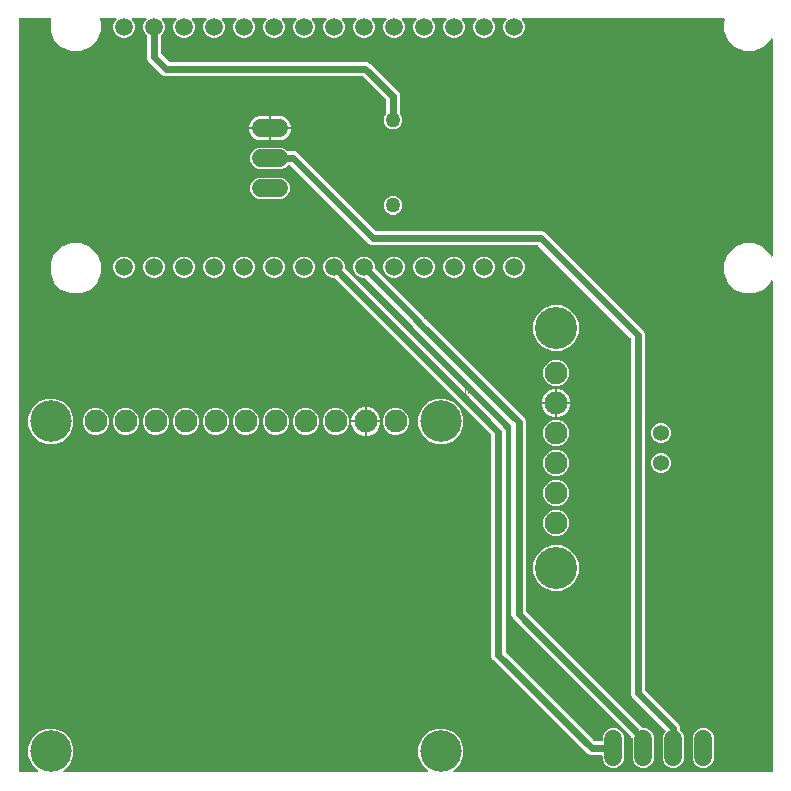
<source format=gbr>
G04 EAGLE Gerber RS-274X export*
G75*
%MOMM*%
%FSLAX34Y34*%
%LPD*%
%INBottom Copper*%
%IPPOS*%
%AMOC8*
5,1,8,0,0,1.08239X$1,22.5*%
G01*
G04 Define Apertures*
%ADD10C,1.524000*%
%ADD11C,1.260000*%
%ADD12C,0.001000*%
%ADD13C,1.930400*%
%ADD14C,3.516000*%
%ADD15C,1.508000*%
%ADD16C,1.358000*%
%ADD17C,3.556000*%
%ADD18C,0.600000*%
G36*
X32000Y20982D02*
X31703Y20922D01*
X16684Y20922D01*
X16409Y20973D01*
X16154Y21137D01*
X15982Y21387D01*
X15922Y21684D01*
X15922Y658316D01*
X15973Y658591D01*
X16137Y658846D01*
X16387Y659018D01*
X16684Y659078D01*
X42723Y659078D01*
X42992Y659029D01*
X43248Y658868D01*
X43422Y658619D01*
X43485Y658322D01*
X43427Y658024D01*
X42856Y656647D01*
X42856Y648229D01*
X46077Y640452D01*
X52030Y634499D01*
X59807Y631278D01*
X68225Y631278D01*
X76002Y634499D01*
X81955Y640452D01*
X85176Y648229D01*
X85176Y656647D01*
X84605Y658024D01*
X84548Y658292D01*
X84599Y658591D01*
X84762Y658846D01*
X85012Y659018D01*
X85309Y659078D01*
X97850Y659078D01*
X98113Y659031D01*
X98371Y658872D01*
X98547Y658624D01*
X98612Y658328D01*
X98556Y658030D01*
X98389Y657777D01*
X97284Y656672D01*
X95904Y653341D01*
X95904Y649735D01*
X97284Y646404D01*
X99834Y643854D01*
X103165Y642474D01*
X106771Y642474D01*
X110102Y643854D01*
X112652Y646404D01*
X114032Y649735D01*
X114032Y653341D01*
X112652Y656672D01*
X111547Y657777D01*
X111394Y657997D01*
X111324Y658292D01*
X111375Y658591D01*
X111539Y658846D01*
X111789Y659018D01*
X112086Y659078D01*
X123250Y659078D01*
X123513Y659031D01*
X123771Y658872D01*
X123947Y658624D01*
X124012Y658328D01*
X123956Y658030D01*
X123789Y657777D01*
X122684Y656672D01*
X121304Y653341D01*
X121304Y649735D01*
X122684Y646404D01*
X124145Y644943D01*
X124308Y644701D01*
X124368Y644404D01*
X124368Y625345D01*
X125281Y623139D01*
X136969Y611451D01*
X139175Y610538D01*
X306514Y610538D01*
X306797Y610483D01*
X307051Y610317D01*
X326575Y590946D01*
X326740Y590703D01*
X326800Y590405D01*
X326800Y578602D01*
X326744Y578316D01*
X326577Y578064D01*
X326167Y577654D01*
X324976Y574778D01*
X324976Y571666D01*
X326167Y568790D01*
X328368Y566589D01*
X331244Y565398D01*
X334356Y565398D01*
X337232Y566589D01*
X339433Y568790D01*
X340624Y571666D01*
X340624Y574778D01*
X339433Y577654D01*
X339023Y578064D01*
X338860Y578305D01*
X338800Y578602D01*
X338800Y591891D01*
X338805Y591917D01*
X338800Y593234D01*
X338800Y594428D01*
X338338Y595531D01*
X338337Y595534D01*
X337882Y596632D01*
X337034Y597473D01*
X336103Y598404D01*
X336081Y598419D01*
X313537Y620786D01*
X312689Y621633D01*
X311586Y622085D01*
X311583Y622086D01*
X310482Y622543D01*
X309288Y622538D01*
X143169Y622538D01*
X142883Y622594D01*
X142630Y622761D01*
X136591Y628800D01*
X136428Y629042D01*
X136368Y629339D01*
X136368Y644404D01*
X136424Y644690D01*
X136591Y644943D01*
X138052Y646404D01*
X139432Y649735D01*
X139432Y653341D01*
X138052Y656672D01*
X136947Y657777D01*
X136794Y657997D01*
X136724Y658292D01*
X136775Y658591D01*
X136939Y658846D01*
X137189Y659018D01*
X137486Y659078D01*
X148650Y659078D01*
X148913Y659031D01*
X149171Y658872D01*
X149347Y658624D01*
X149412Y658328D01*
X149356Y658030D01*
X149189Y657777D01*
X148084Y656672D01*
X146704Y653341D01*
X146704Y649735D01*
X148084Y646404D01*
X150634Y643854D01*
X153965Y642474D01*
X157571Y642474D01*
X160902Y643854D01*
X163452Y646404D01*
X164832Y649735D01*
X164832Y653341D01*
X163452Y656672D01*
X162347Y657777D01*
X162194Y657997D01*
X162124Y658292D01*
X162175Y658591D01*
X162339Y658846D01*
X162589Y659018D01*
X162886Y659078D01*
X174050Y659078D01*
X174313Y659031D01*
X174571Y658872D01*
X174747Y658624D01*
X174812Y658328D01*
X174756Y658030D01*
X174589Y657777D01*
X173484Y656672D01*
X172104Y653341D01*
X172104Y649735D01*
X173484Y646404D01*
X176034Y643854D01*
X179365Y642474D01*
X182971Y642474D01*
X186302Y643854D01*
X188852Y646404D01*
X190232Y649735D01*
X190232Y653341D01*
X188852Y656672D01*
X187747Y657777D01*
X187594Y657997D01*
X187524Y658292D01*
X187575Y658591D01*
X187739Y658846D01*
X187989Y659018D01*
X188286Y659078D01*
X199450Y659078D01*
X199713Y659031D01*
X199971Y658872D01*
X200147Y658624D01*
X200212Y658328D01*
X200156Y658030D01*
X199989Y657777D01*
X198884Y656672D01*
X197504Y653341D01*
X197504Y649735D01*
X198884Y646404D01*
X201434Y643854D01*
X204765Y642474D01*
X208371Y642474D01*
X211702Y643854D01*
X214252Y646404D01*
X215632Y649735D01*
X215632Y653341D01*
X214252Y656672D01*
X213147Y657777D01*
X212994Y657997D01*
X212924Y658292D01*
X212975Y658591D01*
X213139Y658846D01*
X213389Y659018D01*
X213686Y659078D01*
X224850Y659078D01*
X225113Y659031D01*
X225371Y658872D01*
X225547Y658624D01*
X225612Y658328D01*
X225556Y658030D01*
X225389Y657777D01*
X224284Y656672D01*
X222904Y653341D01*
X222904Y649735D01*
X224284Y646404D01*
X226834Y643854D01*
X230165Y642474D01*
X233771Y642474D01*
X237102Y643854D01*
X239652Y646404D01*
X241032Y649735D01*
X241032Y653341D01*
X239652Y656672D01*
X238547Y657777D01*
X238394Y657997D01*
X238324Y658292D01*
X238375Y658591D01*
X238539Y658846D01*
X238789Y659018D01*
X239086Y659078D01*
X250250Y659078D01*
X250513Y659031D01*
X250771Y658872D01*
X250947Y658624D01*
X251012Y658328D01*
X250956Y658030D01*
X250789Y657777D01*
X249684Y656672D01*
X248304Y653341D01*
X248304Y649735D01*
X249684Y646404D01*
X252234Y643854D01*
X255565Y642474D01*
X259171Y642474D01*
X262502Y643854D01*
X265052Y646404D01*
X266432Y649735D01*
X266432Y653341D01*
X265052Y656672D01*
X263947Y657777D01*
X263794Y657997D01*
X263724Y658292D01*
X263775Y658591D01*
X263939Y658846D01*
X264189Y659018D01*
X264486Y659078D01*
X275650Y659078D01*
X275913Y659031D01*
X276171Y658872D01*
X276347Y658624D01*
X276412Y658328D01*
X276356Y658030D01*
X276189Y657777D01*
X275084Y656672D01*
X273704Y653341D01*
X273704Y649735D01*
X275084Y646404D01*
X277634Y643854D01*
X280965Y642474D01*
X284571Y642474D01*
X287902Y643854D01*
X290452Y646404D01*
X291832Y649735D01*
X291832Y653341D01*
X290452Y656672D01*
X289347Y657777D01*
X289194Y657997D01*
X289124Y658292D01*
X289175Y658591D01*
X289339Y658846D01*
X289589Y659018D01*
X289886Y659078D01*
X301050Y659078D01*
X301313Y659031D01*
X301571Y658872D01*
X301747Y658624D01*
X301812Y658328D01*
X301756Y658030D01*
X301589Y657777D01*
X300484Y656672D01*
X299104Y653341D01*
X299104Y649735D01*
X300484Y646404D01*
X303034Y643854D01*
X306365Y642474D01*
X309971Y642474D01*
X313302Y643854D01*
X315852Y646404D01*
X317232Y649735D01*
X317232Y653341D01*
X315852Y656672D01*
X314747Y657777D01*
X314594Y657997D01*
X314524Y658292D01*
X314575Y658591D01*
X314739Y658846D01*
X314989Y659018D01*
X315286Y659078D01*
X326450Y659078D01*
X326713Y659031D01*
X326971Y658872D01*
X327147Y658624D01*
X327212Y658328D01*
X327156Y658030D01*
X326989Y657777D01*
X325884Y656672D01*
X324504Y653341D01*
X324504Y649735D01*
X325884Y646404D01*
X328434Y643854D01*
X331765Y642474D01*
X335371Y642474D01*
X338702Y643854D01*
X341252Y646404D01*
X342632Y649735D01*
X342632Y653341D01*
X341252Y656672D01*
X340147Y657777D01*
X339994Y657997D01*
X339924Y658292D01*
X339975Y658591D01*
X340139Y658846D01*
X340389Y659018D01*
X340686Y659078D01*
X351850Y659078D01*
X352113Y659031D01*
X352371Y658872D01*
X352547Y658624D01*
X352612Y658328D01*
X352556Y658030D01*
X352389Y657777D01*
X351284Y656672D01*
X349904Y653341D01*
X349904Y649735D01*
X351284Y646404D01*
X353834Y643854D01*
X357165Y642474D01*
X360771Y642474D01*
X364102Y643854D01*
X366652Y646404D01*
X368032Y649735D01*
X368032Y653341D01*
X366652Y656672D01*
X365547Y657777D01*
X365394Y657997D01*
X365324Y658292D01*
X365375Y658591D01*
X365539Y658846D01*
X365789Y659018D01*
X366086Y659078D01*
X377250Y659078D01*
X377513Y659031D01*
X377771Y658872D01*
X377947Y658624D01*
X378012Y658328D01*
X377956Y658030D01*
X377789Y657777D01*
X376684Y656672D01*
X375304Y653341D01*
X375304Y649735D01*
X376684Y646404D01*
X379234Y643854D01*
X382565Y642474D01*
X386171Y642474D01*
X389502Y643854D01*
X392052Y646404D01*
X393432Y649735D01*
X393432Y653341D01*
X392052Y656672D01*
X390947Y657777D01*
X390794Y657997D01*
X390724Y658292D01*
X390775Y658591D01*
X390939Y658846D01*
X391189Y659018D01*
X391486Y659078D01*
X402650Y659078D01*
X402913Y659031D01*
X403171Y658872D01*
X403347Y658624D01*
X403412Y658328D01*
X403356Y658030D01*
X403189Y657777D01*
X402084Y656672D01*
X400704Y653341D01*
X400704Y649735D01*
X402084Y646404D01*
X404634Y643854D01*
X407965Y642474D01*
X411571Y642474D01*
X414902Y643854D01*
X417452Y646404D01*
X418832Y649735D01*
X418832Y653341D01*
X417452Y656672D01*
X416347Y657777D01*
X416194Y657997D01*
X416124Y658292D01*
X416175Y658591D01*
X416339Y658846D01*
X416589Y659018D01*
X416886Y659078D01*
X428050Y659078D01*
X428313Y659031D01*
X428571Y658872D01*
X428747Y658624D01*
X428812Y658328D01*
X428756Y658030D01*
X428589Y657777D01*
X427484Y656672D01*
X426104Y653341D01*
X426104Y649735D01*
X427484Y646404D01*
X430034Y643854D01*
X433365Y642474D01*
X436971Y642474D01*
X440302Y643854D01*
X442852Y646404D01*
X444232Y649735D01*
X444232Y653341D01*
X442852Y656672D01*
X441747Y657777D01*
X441594Y657997D01*
X441524Y658292D01*
X441575Y658591D01*
X441739Y658846D01*
X441989Y659018D01*
X442286Y659078D01*
X612723Y659078D01*
X612992Y659029D01*
X613248Y658868D01*
X613422Y658619D01*
X613485Y658322D01*
X613427Y658024D01*
X612856Y656647D01*
X612856Y648229D01*
X616077Y640452D01*
X622030Y634499D01*
X629807Y631278D01*
X638225Y631278D01*
X646002Y634499D01*
X651955Y640452D01*
X652612Y642039D01*
X652752Y642260D01*
X652997Y642439D01*
X653292Y642509D01*
X653591Y642458D01*
X653846Y642295D01*
X654018Y642045D01*
X654078Y641747D01*
X654078Y458129D01*
X654033Y457871D01*
X653876Y457612D01*
X653630Y457434D01*
X653334Y457367D01*
X653036Y457420D01*
X652782Y457586D01*
X652612Y457837D01*
X651955Y459424D01*
X646002Y465377D01*
X638225Y468598D01*
X629807Y468598D01*
X622030Y465377D01*
X616077Y459424D01*
X612856Y451647D01*
X612856Y443229D01*
X616077Y435452D01*
X622030Y429499D01*
X629807Y426278D01*
X638225Y426278D01*
X646002Y429499D01*
X651955Y435452D01*
X652612Y437039D01*
X652752Y437260D01*
X652997Y437439D01*
X653292Y437509D01*
X653591Y437458D01*
X653846Y437295D01*
X654018Y437045D01*
X654078Y436747D01*
X654078Y21684D01*
X654027Y21409D01*
X653863Y21154D01*
X653613Y20982D01*
X653316Y20922D01*
X384457Y20922D01*
X384193Y20969D01*
X383935Y21128D01*
X383760Y21376D01*
X383695Y21672D01*
X383750Y21970D01*
X383918Y22223D01*
X389376Y27680D01*
X392284Y34702D01*
X392284Y42302D01*
X389376Y49324D01*
X384002Y54698D01*
X376980Y57606D01*
X369380Y57606D01*
X362358Y54698D01*
X356984Y49324D01*
X354076Y42302D01*
X354076Y34702D01*
X356984Y27680D01*
X362442Y22223D01*
X362595Y22003D01*
X362665Y21708D01*
X362614Y21409D01*
X362451Y21154D01*
X362200Y20982D01*
X361903Y20922D01*
X54257Y20922D01*
X53993Y20969D01*
X53735Y21128D01*
X53560Y21376D01*
X53495Y21672D01*
X53550Y21970D01*
X53718Y22223D01*
X59176Y27680D01*
X62084Y34702D01*
X62084Y42302D01*
X59176Y49324D01*
X53802Y54698D01*
X46780Y57606D01*
X39180Y57606D01*
X32158Y54698D01*
X26784Y49324D01*
X23876Y42302D01*
X23876Y34702D01*
X26784Y27680D01*
X32242Y22223D01*
X32395Y22003D01*
X32465Y21708D01*
X32414Y21409D01*
X32251Y21154D01*
X32000Y20982D01*
G37*
%LPC*%
G36*
X210920Y566762D02*
X227938Y566762D01*
X227938Y576160D01*
X219059Y576160D01*
X215325Y574613D01*
X212467Y571755D01*
X210920Y568021D01*
X210920Y566762D01*
G37*
G36*
X229462Y566762D02*
X246480Y566762D01*
X246480Y568021D01*
X244933Y571755D01*
X242075Y574613D01*
X238341Y576160D01*
X229462Y576160D01*
X229462Y566762D01*
G37*
G36*
X229462Y555840D02*
X238341Y555840D01*
X242075Y557387D01*
X244933Y560245D01*
X246480Y563979D01*
X246480Y565238D01*
X229462Y565238D01*
X229462Y555840D01*
G37*
G36*
X219059Y555840D02*
X227938Y555840D01*
X227938Y565238D01*
X210920Y565238D01*
X210920Y563979D01*
X212467Y560245D01*
X215325Y557387D01*
X219059Y555840D01*
G37*
G36*
X568259Y24398D02*
X571897Y24398D01*
X575258Y25790D01*
X577830Y28362D01*
X579222Y31723D01*
X579222Y50601D01*
X577830Y53962D01*
X576301Y55490D01*
X576138Y55732D01*
X576078Y56029D01*
X576078Y59115D01*
X575165Y61321D01*
X546223Y90262D01*
X546060Y90504D01*
X546000Y90801D01*
X546000Y392193D01*
X545087Y394399D01*
X461399Y478087D01*
X459193Y479000D01*
X318801Y479000D01*
X318515Y479056D01*
X318262Y479223D01*
X251799Y545687D01*
X249593Y546600D01*
X243567Y546600D01*
X243281Y546656D01*
X243028Y546823D01*
X241500Y548352D01*
X238139Y549744D01*
X219261Y549744D01*
X215900Y548352D01*
X213328Y545780D01*
X211936Y542419D01*
X211936Y538781D01*
X213328Y535420D01*
X215900Y532848D01*
X219261Y531456D01*
X238139Y531456D01*
X241500Y532848D01*
X243028Y534377D01*
X243270Y534540D01*
X243567Y534600D01*
X245599Y534600D01*
X245885Y534544D01*
X246138Y534377D01*
X312601Y467913D01*
X314807Y467000D01*
X455199Y467000D01*
X455485Y466944D01*
X455738Y466777D01*
X533777Y388738D01*
X533940Y388496D01*
X534000Y388199D01*
X534000Y86807D01*
X534913Y84601D01*
X563401Y56114D01*
X563559Y55884D01*
X563624Y55587D01*
X563568Y55289D01*
X563401Y55036D01*
X562326Y53962D01*
X560934Y50601D01*
X560934Y31723D01*
X562326Y28362D01*
X564898Y25790D01*
X568259Y24398D01*
G37*
G36*
X219261Y506056D02*
X238139Y506056D01*
X241500Y507448D01*
X244072Y510020D01*
X245464Y513381D01*
X245464Y517019D01*
X244072Y520380D01*
X241500Y522952D01*
X238139Y524344D01*
X219261Y524344D01*
X215900Y522952D01*
X213328Y520380D01*
X211936Y517019D01*
X211936Y513381D01*
X213328Y510020D01*
X215900Y507448D01*
X219261Y506056D01*
G37*
G36*
X331244Y492998D02*
X334356Y492998D01*
X337232Y494189D01*
X339433Y496390D01*
X340624Y499266D01*
X340624Y502378D01*
X339433Y505254D01*
X337232Y507455D01*
X334356Y508646D01*
X331244Y508646D01*
X328368Y507455D01*
X326167Y505254D01*
X324976Y502378D01*
X324976Y499266D01*
X326167Y496390D01*
X328368Y494189D01*
X331244Y492998D01*
G37*
G36*
X59807Y426278D02*
X68225Y426278D01*
X76002Y429499D01*
X81955Y435452D01*
X85176Y443229D01*
X85176Y451647D01*
X81955Y459424D01*
X76002Y465377D01*
X68225Y468598D01*
X59807Y468598D01*
X52030Y465377D01*
X46077Y459424D01*
X42856Y451647D01*
X42856Y443229D01*
X46077Y435452D01*
X52030Y429499D01*
X59807Y426278D01*
G37*
G36*
X433365Y439274D02*
X436971Y439274D01*
X440302Y440654D01*
X442852Y443204D01*
X444232Y446535D01*
X444232Y450141D01*
X442852Y453472D01*
X440302Y456022D01*
X436971Y457402D01*
X433365Y457402D01*
X430034Y456022D01*
X427484Y453472D01*
X426104Y450141D01*
X426104Y446535D01*
X427484Y443204D01*
X430034Y440654D01*
X433365Y439274D01*
G37*
G36*
X382565Y439274D02*
X386171Y439274D01*
X389502Y440654D01*
X392052Y443204D01*
X393432Y446535D01*
X393432Y450141D01*
X392052Y453472D01*
X389502Y456022D01*
X386171Y457402D01*
X382565Y457402D01*
X379234Y456022D01*
X376684Y453472D01*
X375304Y450141D01*
X375304Y446535D01*
X376684Y443204D01*
X379234Y440654D01*
X382565Y439274D01*
G37*
G36*
X517459Y24398D02*
X521097Y24398D01*
X524458Y25790D01*
X527030Y28362D01*
X528422Y31723D01*
X528422Y50601D01*
X527030Y53962D01*
X524458Y56534D01*
X521097Y57926D01*
X517459Y57926D01*
X514098Y56534D01*
X511526Y53962D01*
X510134Y50601D01*
X510134Y47924D01*
X510083Y47649D01*
X509919Y47394D01*
X509669Y47222D01*
X509372Y47162D01*
X503639Y47162D01*
X503353Y47218D01*
X503100Y47385D01*
X428223Y122262D01*
X428060Y122504D01*
X428000Y122801D01*
X428000Y310299D01*
X427087Y312505D01*
X292055Y447536D01*
X291892Y447778D01*
X291832Y448075D01*
X291832Y450141D01*
X290452Y453472D01*
X287902Y456022D01*
X284571Y457402D01*
X280965Y457402D01*
X277634Y456022D01*
X275084Y453472D01*
X273704Y450141D01*
X273704Y446535D01*
X275084Y443204D01*
X277634Y440654D01*
X280965Y439274D01*
X283031Y439274D01*
X283317Y439218D01*
X283570Y439051D01*
X415777Y306844D01*
X415940Y306602D01*
X416000Y306305D01*
X416000Y118807D01*
X416913Y116601D01*
X497439Y36075D01*
X499645Y35162D01*
X509372Y35162D01*
X509647Y35111D01*
X509902Y34947D01*
X510074Y34697D01*
X510134Y34400D01*
X510134Y31723D01*
X511526Y28362D01*
X514098Y25790D01*
X517459Y24398D01*
G37*
G36*
X357165Y439274D02*
X360771Y439274D01*
X364102Y440654D01*
X366652Y443204D01*
X368032Y446535D01*
X368032Y450141D01*
X366652Y453472D01*
X364102Y456022D01*
X360771Y457402D01*
X357165Y457402D01*
X353834Y456022D01*
X351284Y453472D01*
X349904Y450141D01*
X349904Y446535D01*
X351284Y443204D01*
X353834Y440654D01*
X357165Y439274D01*
G37*
G36*
X103165Y439274D02*
X106771Y439274D01*
X110102Y440654D01*
X112652Y443204D01*
X114032Y446535D01*
X114032Y450141D01*
X112652Y453472D01*
X110102Y456022D01*
X106771Y457402D01*
X103165Y457402D01*
X99834Y456022D01*
X97284Y453472D01*
X95904Y450141D01*
X95904Y446535D01*
X97284Y443204D01*
X99834Y440654D01*
X103165Y439274D01*
G37*
G36*
X542859Y24398D02*
X546497Y24398D01*
X549858Y25790D01*
X552430Y28362D01*
X553822Y31723D01*
X553822Y50601D01*
X552430Y53962D01*
X549858Y56534D01*
X546497Y57926D01*
X544875Y57926D01*
X544589Y57982D01*
X544336Y58149D01*
X445223Y157262D01*
X445060Y157504D01*
X445000Y157801D01*
X445000Y318193D01*
X444087Y320399D01*
X359256Y405229D01*
X359224Y405263D01*
X356278Y408599D01*
X356145Y408812D01*
X356120Y408871D01*
X355424Y409567D01*
X355392Y409601D01*
X354740Y410339D01*
X354682Y410367D01*
X354478Y410513D01*
X317455Y447536D01*
X317292Y447778D01*
X317232Y448075D01*
X317232Y450141D01*
X315852Y453472D01*
X313302Y456022D01*
X309971Y457402D01*
X306365Y457402D01*
X303034Y456022D01*
X300484Y453472D01*
X299104Y450141D01*
X299104Y446535D01*
X300484Y443204D01*
X303034Y440654D01*
X306365Y439274D01*
X308431Y439274D01*
X308717Y439218D01*
X308970Y439051D01*
X346643Y401378D01*
X346675Y401344D01*
X349622Y398008D01*
X349754Y397795D01*
X349779Y397736D01*
X350475Y397040D01*
X350507Y397005D01*
X351159Y396268D01*
X351217Y396239D01*
X351421Y396093D01*
X432777Y314738D01*
X432940Y314496D01*
X433000Y314199D01*
X433000Y153807D01*
X433913Y151601D01*
X535311Y50204D01*
X535474Y49962D01*
X535534Y49665D01*
X535534Y31723D01*
X536926Y28362D01*
X539498Y25790D01*
X542859Y24398D01*
G37*
G36*
X407965Y439274D02*
X411571Y439274D01*
X414902Y440654D01*
X417452Y443204D01*
X418832Y446535D01*
X418832Y450141D01*
X417452Y453472D01*
X414902Y456022D01*
X411571Y457402D01*
X407965Y457402D01*
X404634Y456022D01*
X402084Y453472D01*
X400704Y450141D01*
X400704Y446535D01*
X402084Y443204D01*
X404634Y440654D01*
X407965Y439274D01*
G37*
G36*
X331765Y439274D02*
X335371Y439274D01*
X338702Y440654D01*
X341252Y443204D01*
X342632Y446535D01*
X342632Y450141D01*
X341252Y453472D01*
X338702Y456022D01*
X335371Y457402D01*
X331765Y457402D01*
X328434Y456022D01*
X325884Y453472D01*
X324504Y450141D01*
X324504Y446535D01*
X325884Y443204D01*
X328434Y440654D01*
X331765Y439274D01*
G37*
G36*
X128565Y439274D02*
X132171Y439274D01*
X135502Y440654D01*
X138052Y443204D01*
X139432Y446535D01*
X139432Y450141D01*
X138052Y453472D01*
X135502Y456022D01*
X132171Y457402D01*
X128565Y457402D01*
X125234Y456022D01*
X122684Y453472D01*
X121304Y450141D01*
X121304Y446535D01*
X122684Y443204D01*
X125234Y440654D01*
X128565Y439274D01*
G37*
G36*
X255565Y439274D02*
X259171Y439274D01*
X262502Y440654D01*
X265052Y443204D01*
X266432Y446535D01*
X266432Y450141D01*
X265052Y453472D01*
X262502Y456022D01*
X259171Y457402D01*
X255565Y457402D01*
X252234Y456022D01*
X249684Y453472D01*
X248304Y450141D01*
X248304Y446535D01*
X249684Y443204D01*
X252234Y440654D01*
X255565Y439274D01*
G37*
G36*
X230165Y439274D02*
X233771Y439274D01*
X237102Y440654D01*
X239652Y443204D01*
X241032Y446535D01*
X241032Y450141D01*
X239652Y453472D01*
X237102Y456022D01*
X233771Y457402D01*
X230165Y457402D01*
X226834Y456022D01*
X224284Y453472D01*
X222904Y450141D01*
X222904Y446535D01*
X224284Y443204D01*
X226834Y440654D01*
X230165Y439274D01*
G37*
G36*
X204765Y439274D02*
X208371Y439274D01*
X211702Y440654D01*
X214252Y443204D01*
X215632Y446535D01*
X215632Y450141D01*
X214252Y453472D01*
X211702Y456022D01*
X208371Y457402D01*
X204765Y457402D01*
X201434Y456022D01*
X198884Y453472D01*
X197504Y450141D01*
X197504Y446535D01*
X198884Y443204D01*
X201434Y440654D01*
X204765Y439274D01*
G37*
G36*
X179365Y439274D02*
X182971Y439274D01*
X186302Y440654D01*
X188852Y443204D01*
X190232Y446535D01*
X190232Y450141D01*
X188852Y453472D01*
X186302Y456022D01*
X182971Y457402D01*
X179365Y457402D01*
X176034Y456022D01*
X173484Y453472D01*
X172104Y450141D01*
X172104Y446535D01*
X173484Y443204D01*
X176034Y440654D01*
X179365Y439274D01*
G37*
G36*
X153965Y439274D02*
X157571Y439274D01*
X160902Y440654D01*
X163452Y443204D01*
X164832Y446535D01*
X164832Y450141D01*
X163452Y453472D01*
X160902Y456022D01*
X157571Y457402D01*
X153965Y457402D01*
X150634Y456022D01*
X148084Y453472D01*
X146704Y450141D01*
X146704Y446535D01*
X148084Y443204D01*
X150634Y440654D01*
X153965Y439274D01*
G37*
G36*
X466911Y377670D02*
X474591Y377670D01*
X481686Y380609D01*
X487116Y386039D01*
X490055Y393134D01*
X490055Y400814D01*
X487116Y407909D01*
X481686Y413339D01*
X474591Y416278D01*
X466911Y416278D01*
X459816Y413339D01*
X454386Y407909D01*
X451447Y400814D01*
X451447Y393134D01*
X454386Y386039D01*
X459816Y380609D01*
X466911Y377670D01*
G37*
G36*
X468528Y347698D02*
X472974Y347698D01*
X477082Y349399D01*
X480226Y352543D01*
X481927Y356651D01*
X481927Y361097D01*
X480226Y365205D01*
X477082Y368349D01*
X472974Y370050D01*
X468528Y370050D01*
X464420Y368349D01*
X461277Y365205D01*
X459575Y361097D01*
X459575Y356651D01*
X461277Y352543D01*
X464420Y349399D01*
X468528Y347698D01*
G37*
G36*
X458559Y334236D02*
X469989Y334236D01*
X469989Y345666D01*
X468326Y345666D01*
X463845Y343810D01*
X460415Y340380D01*
X458559Y335899D01*
X458559Y334236D01*
G37*
G36*
X471513Y334236D02*
X482943Y334236D01*
X482943Y335899D01*
X481087Y340380D01*
X477657Y343810D01*
X473176Y345666D01*
X471513Y345666D01*
X471513Y334236D01*
G37*
G36*
X369380Y298798D02*
X376980Y298798D01*
X384002Y301706D01*
X389376Y307080D01*
X392284Y314102D01*
X392284Y321702D01*
X389376Y328724D01*
X384002Y334098D01*
X376980Y337006D01*
X369380Y337006D01*
X362358Y334098D01*
X356984Y328724D01*
X354076Y321702D01*
X354076Y314102D01*
X356984Y307080D01*
X362358Y301706D01*
X369380Y298798D01*
G37*
G36*
X39180Y298798D02*
X46780Y298798D01*
X53802Y301706D01*
X59176Y307080D01*
X62084Y314102D01*
X62084Y321702D01*
X59176Y328724D01*
X53802Y334098D01*
X46780Y337006D01*
X39180Y337006D01*
X32158Y334098D01*
X26784Y328724D01*
X23876Y321702D01*
X23876Y314102D01*
X26784Y307080D01*
X32158Y301706D01*
X39180Y298798D01*
G37*
G36*
X471513Y321282D02*
X473176Y321282D01*
X477657Y323138D01*
X481087Y326568D01*
X482943Y331049D01*
X482943Y332712D01*
X471513Y332712D01*
X471513Y321282D01*
G37*
G36*
X468326Y321282D02*
X469989Y321282D01*
X469989Y332712D01*
X458559Y332712D01*
X458559Y331049D01*
X460415Y326568D01*
X463845Y323138D01*
X468326Y321282D01*
G37*
G36*
X297488Y318664D02*
X308918Y318664D01*
X308918Y330094D01*
X307255Y330094D01*
X302774Y328238D01*
X299344Y324808D01*
X297488Y320327D01*
X297488Y318664D01*
G37*
G36*
X310442Y318664D02*
X321872Y318664D01*
X321872Y320327D01*
X320016Y324808D01*
X316586Y328238D01*
X312105Y330094D01*
X310442Y330094D01*
X310442Y318664D01*
G37*
G36*
X332857Y306726D02*
X337303Y306726D01*
X341411Y308427D01*
X344555Y311571D01*
X346256Y315679D01*
X346256Y320125D01*
X344555Y324233D01*
X341411Y327377D01*
X337303Y329078D01*
X332857Y329078D01*
X328749Y327377D01*
X325605Y324233D01*
X323904Y320125D01*
X323904Y315679D01*
X325605Y311571D01*
X328749Y308427D01*
X332857Y306726D01*
G37*
G36*
X282057Y306726D02*
X286503Y306726D01*
X290611Y308427D01*
X293755Y311571D01*
X295456Y315679D01*
X295456Y320125D01*
X293755Y324233D01*
X290611Y327377D01*
X286503Y329078D01*
X282057Y329078D01*
X277949Y327377D01*
X274805Y324233D01*
X273104Y320125D01*
X273104Y315679D01*
X274805Y311571D01*
X277949Y308427D01*
X282057Y306726D01*
G37*
G36*
X256657Y306726D02*
X261103Y306726D01*
X265211Y308427D01*
X268355Y311571D01*
X270056Y315679D01*
X270056Y320125D01*
X268355Y324233D01*
X265211Y327377D01*
X261103Y329078D01*
X256657Y329078D01*
X252549Y327377D01*
X249405Y324233D01*
X247704Y320125D01*
X247704Y315679D01*
X249405Y311571D01*
X252549Y308427D01*
X256657Y306726D01*
G37*
G36*
X231257Y306726D02*
X235703Y306726D01*
X239811Y308427D01*
X242955Y311571D01*
X244656Y315679D01*
X244656Y320125D01*
X242955Y324233D01*
X239811Y327377D01*
X235703Y329078D01*
X231257Y329078D01*
X227149Y327377D01*
X224005Y324233D01*
X222304Y320125D01*
X222304Y315679D01*
X224005Y311571D01*
X227149Y308427D01*
X231257Y306726D01*
G37*
G36*
X205857Y306726D02*
X210303Y306726D01*
X214411Y308427D01*
X217555Y311571D01*
X219256Y315679D01*
X219256Y320125D01*
X217555Y324233D01*
X214411Y327377D01*
X210303Y329078D01*
X205857Y329078D01*
X201749Y327377D01*
X198605Y324233D01*
X196904Y320125D01*
X196904Y315679D01*
X198605Y311571D01*
X201749Y308427D01*
X205857Y306726D01*
G37*
G36*
X180457Y306726D02*
X184903Y306726D01*
X189011Y308427D01*
X192155Y311571D01*
X193856Y315679D01*
X193856Y320125D01*
X192155Y324233D01*
X189011Y327377D01*
X184903Y329078D01*
X180457Y329078D01*
X176349Y327377D01*
X173205Y324233D01*
X171504Y320125D01*
X171504Y315679D01*
X173205Y311571D01*
X176349Y308427D01*
X180457Y306726D01*
G37*
G36*
X155057Y306726D02*
X159503Y306726D01*
X163611Y308427D01*
X166755Y311571D01*
X168456Y315679D01*
X168456Y320125D01*
X166755Y324233D01*
X163611Y327377D01*
X159503Y329078D01*
X155057Y329078D01*
X150949Y327377D01*
X147805Y324233D01*
X146104Y320125D01*
X146104Y315679D01*
X147805Y311571D01*
X150949Y308427D01*
X155057Y306726D01*
G37*
G36*
X129657Y306726D02*
X134103Y306726D01*
X138211Y308427D01*
X141355Y311571D01*
X143056Y315679D01*
X143056Y320125D01*
X141355Y324233D01*
X138211Y327377D01*
X134103Y329078D01*
X129657Y329078D01*
X125549Y327377D01*
X122405Y324233D01*
X120704Y320125D01*
X120704Y315679D01*
X122405Y311571D01*
X125549Y308427D01*
X129657Y306726D01*
G37*
G36*
X104257Y306726D02*
X108703Y306726D01*
X112811Y308427D01*
X115955Y311571D01*
X117656Y315679D01*
X117656Y320125D01*
X115955Y324233D01*
X112811Y327377D01*
X108703Y329078D01*
X104257Y329078D01*
X100149Y327377D01*
X97005Y324233D01*
X95304Y320125D01*
X95304Y315679D01*
X97005Y311571D01*
X100149Y308427D01*
X104257Y306726D01*
G37*
G36*
X78857Y306726D02*
X83303Y306726D01*
X87411Y308427D01*
X90555Y311571D01*
X92256Y315679D01*
X92256Y320125D01*
X90555Y324233D01*
X87411Y327377D01*
X83303Y329078D01*
X78857Y329078D01*
X74749Y327377D01*
X71605Y324233D01*
X69904Y320125D01*
X69904Y315679D01*
X71605Y311571D01*
X74749Y308427D01*
X78857Y306726D01*
G37*
G36*
X468528Y296898D02*
X472974Y296898D01*
X477082Y298599D01*
X480226Y301743D01*
X481927Y305851D01*
X481927Y310297D01*
X480226Y314405D01*
X477082Y317549D01*
X472974Y319250D01*
X468528Y319250D01*
X464420Y317549D01*
X461277Y314405D01*
X459575Y310297D01*
X459575Y305851D01*
X461277Y301743D01*
X464420Y298599D01*
X468528Y296898D01*
G37*
G36*
X307255Y305710D02*
X308918Y305710D01*
X308918Y317140D01*
X297488Y317140D01*
X297488Y315477D01*
X299344Y310996D01*
X302774Y307566D01*
X307255Y305710D01*
G37*
G36*
X310442Y305710D02*
X312105Y305710D01*
X316586Y307566D01*
X320016Y310996D01*
X321872Y315477D01*
X321872Y317140D01*
X310442Y317140D01*
X310442Y305710D01*
G37*
G36*
X557997Y299760D02*
X561305Y299760D01*
X564361Y301026D01*
X566699Y303364D01*
X567965Y306420D01*
X567965Y309728D01*
X566699Y312784D01*
X564361Y315122D01*
X561305Y316388D01*
X557997Y316388D01*
X554942Y315122D01*
X552603Y312784D01*
X551337Y309728D01*
X551337Y306420D01*
X552603Y303364D01*
X554942Y301026D01*
X557997Y299760D01*
G37*
G36*
X468528Y271498D02*
X472974Y271498D01*
X477082Y273199D01*
X480226Y276343D01*
X481927Y280451D01*
X481927Y284897D01*
X480226Y289005D01*
X477082Y292149D01*
X472974Y293850D01*
X468528Y293850D01*
X464420Y292149D01*
X461277Y289005D01*
X459575Y284897D01*
X459575Y280451D01*
X461277Y276343D01*
X464420Y273199D01*
X468528Y271498D01*
G37*
G36*
X557997Y274360D02*
X561305Y274360D01*
X564361Y275626D01*
X566699Y277964D01*
X567965Y281020D01*
X567965Y284328D01*
X566699Y287384D01*
X564361Y289722D01*
X561305Y290988D01*
X557997Y290988D01*
X554942Y289722D01*
X552603Y287384D01*
X551337Y284328D01*
X551337Y281020D01*
X552603Y277964D01*
X554942Y275626D01*
X557997Y274360D01*
G37*
G36*
X468528Y246098D02*
X472974Y246098D01*
X477082Y247799D01*
X480226Y250943D01*
X481927Y255051D01*
X481927Y259497D01*
X480226Y263605D01*
X477082Y266749D01*
X472974Y268450D01*
X468528Y268450D01*
X464420Y266749D01*
X461277Y263605D01*
X459575Y259497D01*
X459575Y255051D01*
X461277Y250943D01*
X464420Y247799D01*
X468528Y246098D01*
G37*
G36*
X468528Y220698D02*
X472974Y220698D01*
X477082Y222399D01*
X480226Y225543D01*
X481927Y229651D01*
X481927Y234097D01*
X480226Y238205D01*
X477082Y241349D01*
X472974Y243050D01*
X468528Y243050D01*
X464420Y241349D01*
X461277Y238205D01*
X459575Y234097D01*
X459575Y229651D01*
X461277Y225543D01*
X464420Y222399D01*
X468528Y220698D01*
G37*
G36*
X466911Y174470D02*
X474591Y174470D01*
X481686Y177409D01*
X487116Y182839D01*
X490055Y189934D01*
X490055Y197614D01*
X487116Y204709D01*
X481686Y210139D01*
X474591Y213078D01*
X466911Y213078D01*
X459816Y210139D01*
X454386Y204709D01*
X451447Y197614D01*
X451447Y189934D01*
X454386Y182839D01*
X459816Y177409D01*
X466911Y174470D01*
G37*
G36*
X593659Y24398D02*
X597297Y24398D01*
X600658Y25790D01*
X603230Y28362D01*
X604622Y31723D01*
X604622Y50601D01*
X603230Y53962D01*
X600658Y56534D01*
X597297Y57926D01*
X593659Y57926D01*
X590298Y56534D01*
X587726Y53962D01*
X586334Y50601D01*
X586334Y31723D01*
X587726Y28362D01*
X590298Y25790D01*
X593659Y24398D01*
G37*
%LPD*%
D10*
X519278Y33542D02*
X519278Y48782D01*
X544678Y48782D02*
X544678Y33542D01*
X570078Y33542D02*
X570078Y48782D01*
X595478Y48782D02*
X595478Y33542D01*
X236320Y515200D02*
X221080Y515200D01*
X221080Y540600D02*
X236320Y540600D01*
X236320Y566000D02*
X221080Y566000D01*
D11*
X332800Y573222D03*
X332800Y500822D03*
D12*
X68380Y324252D02*
X68380Y311552D01*
X67872Y311552D02*
X67874Y311508D01*
X67880Y311464D01*
X67889Y311421D01*
X67903Y311378D01*
X67920Y311337D01*
X67940Y311298D01*
X67964Y311261D01*
X67991Y311225D01*
X68021Y311193D01*
X68053Y311163D01*
X68089Y311136D01*
X68126Y311112D01*
X68165Y311092D01*
X68206Y311075D01*
X68249Y311061D01*
X68292Y311052D01*
X68336Y311046D01*
X68380Y311044D01*
X68424Y311046D01*
X68468Y311052D01*
X68511Y311061D01*
X68554Y311075D01*
X68595Y311092D01*
X68634Y311112D01*
X68671Y311136D01*
X68707Y311163D01*
X68739Y311193D01*
X68769Y311225D01*
X68796Y311261D01*
X68820Y311298D01*
X68840Y311337D01*
X68857Y311378D01*
X68871Y311421D01*
X68880Y311464D01*
X68886Y311508D01*
X68888Y311552D01*
X68888Y324252D02*
X68886Y324296D01*
X68880Y324340D01*
X68871Y324383D01*
X68857Y324426D01*
X68840Y324467D01*
X68820Y324506D01*
X68796Y324543D01*
X68769Y324579D01*
X68739Y324611D01*
X68707Y324641D01*
X68671Y324668D01*
X68634Y324692D01*
X68595Y324712D01*
X68554Y324729D01*
X68511Y324743D01*
X68468Y324752D01*
X68424Y324758D01*
X68380Y324760D01*
X68336Y324758D01*
X68292Y324752D01*
X68249Y324743D01*
X68206Y324729D01*
X68165Y324712D01*
X68126Y324692D01*
X68089Y324668D01*
X68053Y324641D01*
X68021Y324611D01*
X67991Y324579D01*
X67964Y324543D01*
X67940Y324506D01*
X67920Y324467D01*
X67903Y324426D01*
X67889Y324383D01*
X67880Y324340D01*
X67874Y324296D01*
X67872Y324252D01*
X396201Y338552D02*
X396171Y338554D01*
X396141Y338559D01*
X396112Y338568D01*
X396085Y338581D01*
X396059Y338596D01*
X396035Y338615D01*
X396014Y338636D01*
X395995Y338660D01*
X395980Y338686D01*
X395967Y338713D01*
X395958Y338742D01*
X395953Y338772D01*
X395951Y338802D01*
X395953Y338832D01*
X395958Y338862D01*
X395967Y338891D01*
X395980Y338918D01*
X395995Y338944D01*
X396014Y338968D01*
X396035Y338989D01*
X396059Y339008D01*
X396085Y339023D01*
X396112Y339036D01*
X396141Y339045D01*
X396171Y339050D01*
X396201Y339052D01*
X394330Y345681D02*
X394328Y345711D01*
X394323Y345741D01*
X394314Y345770D01*
X394301Y345797D01*
X394286Y345823D01*
X394267Y345847D01*
X394246Y345868D01*
X394222Y345887D01*
X394196Y345902D01*
X394169Y345915D01*
X394140Y345924D01*
X394110Y345929D01*
X394080Y345931D01*
X394050Y345929D01*
X394020Y345924D01*
X393991Y345915D01*
X393964Y345902D01*
X393938Y345887D01*
X393914Y345868D01*
X393893Y345847D01*
X393874Y345823D01*
X393859Y345797D01*
X393846Y345770D01*
X393837Y345741D01*
X393832Y345711D01*
X393830Y345681D01*
X393830Y340923D02*
X393832Y340893D01*
X393837Y340863D01*
X393846Y340834D01*
X393859Y340807D01*
X393874Y340781D01*
X393893Y340757D01*
X393914Y340736D01*
X393938Y340717D01*
X393964Y340702D01*
X393991Y340689D01*
X394020Y340680D01*
X394050Y340675D01*
X394080Y340673D01*
X394110Y340675D01*
X394140Y340680D01*
X394169Y340689D01*
X394196Y340702D01*
X394222Y340717D01*
X394246Y340736D01*
X394267Y340757D01*
X394286Y340781D01*
X394301Y340807D01*
X394314Y340834D01*
X394323Y340863D01*
X394328Y340893D01*
X394330Y340923D01*
X396201Y347552D02*
X396171Y347554D01*
X396141Y347559D01*
X396112Y347568D01*
X396085Y347581D01*
X396059Y347596D01*
X396035Y347615D01*
X396014Y347636D01*
X395995Y347660D01*
X395980Y347686D01*
X395967Y347713D01*
X395958Y347742D01*
X395953Y347772D01*
X395951Y347802D01*
X395953Y347832D01*
X395958Y347862D01*
X395967Y347891D01*
X395980Y347918D01*
X395995Y347944D01*
X396014Y347968D01*
X396035Y347989D01*
X396059Y348008D01*
X396085Y348023D01*
X396112Y348036D01*
X396141Y348045D01*
X396171Y348050D01*
X396201Y348052D01*
X396080Y344338D02*
X396080Y342266D01*
X396201Y339052D02*
X396171Y339050D01*
X396141Y339045D01*
X396112Y339036D01*
X396085Y339023D01*
X396059Y339008D01*
X396035Y338989D01*
X396014Y338968D01*
X395995Y338944D01*
X395980Y338918D01*
X395967Y338891D01*
X395958Y338862D01*
X395953Y338832D01*
X395951Y338802D01*
X395953Y338772D01*
X395958Y338742D01*
X395967Y338713D01*
X395980Y338686D01*
X395995Y338660D01*
X396014Y338636D01*
X396035Y338615D01*
X396059Y338596D01*
X396085Y338581D01*
X396112Y338568D01*
X396141Y338559D01*
X396171Y338554D01*
X396201Y338552D01*
X394080Y340923D02*
X394080Y345681D01*
X394330Y345681D02*
X394328Y345711D01*
X394323Y345741D01*
X394314Y345770D01*
X394301Y345797D01*
X394286Y345823D01*
X394267Y345847D01*
X394246Y345868D01*
X394222Y345887D01*
X394196Y345902D01*
X394169Y345915D01*
X394140Y345924D01*
X394110Y345929D01*
X394080Y345931D01*
X394050Y345929D01*
X394020Y345924D01*
X393991Y345915D01*
X393964Y345902D01*
X393938Y345887D01*
X393914Y345868D01*
X393893Y345847D01*
X393874Y345823D01*
X393859Y345797D01*
X393846Y345770D01*
X393837Y345741D01*
X393832Y345711D01*
X393830Y345681D01*
X393830Y340923D02*
X393832Y340893D01*
X393837Y340863D01*
X393846Y340834D01*
X393859Y340807D01*
X393874Y340781D01*
X393893Y340757D01*
X393914Y340736D01*
X393938Y340717D01*
X393964Y340702D01*
X393991Y340689D01*
X394020Y340680D01*
X394050Y340675D01*
X394080Y340673D01*
X394110Y340675D01*
X394140Y340680D01*
X394169Y340689D01*
X394196Y340702D01*
X394222Y340717D01*
X394246Y340736D01*
X394267Y340757D01*
X394286Y340781D01*
X394301Y340807D01*
X394314Y340834D01*
X394323Y340863D01*
X394328Y340893D01*
X394330Y340923D01*
X396201Y347552D02*
X396171Y347554D01*
X396141Y347559D01*
X396112Y347568D01*
X396085Y347581D01*
X396059Y347596D01*
X396035Y347615D01*
X396014Y347636D01*
X395995Y347660D01*
X395980Y347686D01*
X395967Y347713D01*
X395958Y347742D01*
X395953Y347772D01*
X395951Y347802D01*
X395953Y347832D01*
X395958Y347862D01*
X395967Y347891D01*
X395980Y347918D01*
X395995Y347944D01*
X396014Y347968D01*
X396035Y347989D01*
X396059Y348008D01*
X396085Y348023D01*
X396112Y348036D01*
X396141Y348045D01*
X396171Y348050D01*
X396201Y348052D01*
D13*
X335080Y317902D03*
X309680Y317902D03*
X284280Y317902D03*
X258880Y317902D03*
X233480Y317902D03*
X208080Y317902D03*
X182680Y317902D03*
X157280Y317902D03*
X131880Y317902D03*
X106480Y317902D03*
X81080Y317902D03*
D14*
X373180Y38502D03*
X42980Y38502D03*
X42980Y317902D03*
X373180Y317902D03*
D15*
X435168Y651538D03*
X409768Y651538D03*
X384368Y651538D03*
X358968Y651538D03*
X333568Y651538D03*
X308168Y651538D03*
X282768Y651538D03*
X257368Y651538D03*
X231968Y651538D03*
X206568Y651538D03*
X181168Y651538D03*
X155768Y651538D03*
X130368Y651538D03*
X104968Y651538D03*
X104968Y448338D03*
X130368Y448338D03*
X155768Y448338D03*
X181168Y448338D03*
X206568Y448338D03*
X231968Y448338D03*
X257368Y448338D03*
X282768Y448338D03*
X308168Y448338D03*
X333568Y448338D03*
X358968Y448338D03*
X384368Y448338D03*
X409768Y448338D03*
X435168Y448338D03*
D13*
X470751Y358874D03*
X470751Y333474D03*
X470751Y308074D03*
X470751Y282674D03*
X470751Y257274D03*
X470751Y231874D03*
D16*
X559651Y308074D03*
X559651Y282674D03*
D17*
X470751Y396974D03*
X470751Y193774D03*
D18*
X422000Y309106D02*
X282768Y448338D01*
X422000Y309106D02*
X422000Y120000D01*
X500838Y41162D01*
X519278Y41162D01*
X439000Y317000D02*
X354866Y401134D01*
X439000Y317000D02*
X439000Y155000D01*
X544672Y49328D01*
X354866Y401134D02*
X351034Y405472D01*
X308168Y448338D01*
X544678Y49331D02*
X544678Y41162D01*
X544672Y49328D02*
X544678Y49331D01*
X309299Y616538D02*
X140368Y616538D01*
X332800Y593222D02*
X332800Y573222D01*
X332800Y593222D02*
X309299Y616538D01*
X140368Y616538D02*
X130368Y626538D01*
X130368Y651538D01*
X248400Y540600D02*
X316000Y473000D01*
X458000Y473000D01*
X540000Y391000D01*
X540000Y88000D01*
X248400Y540600D02*
X228700Y540600D01*
X570078Y57922D02*
X570078Y41162D01*
X570078Y57922D02*
X540000Y88000D01*
M02*

</source>
